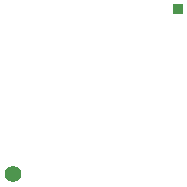
<source format=gbr>
%TF.GenerationSoftware,KiCad,Pcbnew,7.0.7*%
%TF.CreationDate,2024-01-24T10:18:06-05:00*%
%TF.ProjectId,LED_board,4c45445f-626f-4617-9264-2e6b69636164,rev?*%
%TF.SameCoordinates,Original*%
%TF.FileFunction,Soldermask,Bot*%
%TF.FilePolarity,Negative*%
%FSLAX46Y46*%
G04 Gerber Fmt 4.6, Leading zero omitted, Abs format (unit mm)*
G04 Created by KiCad (PCBNEW 7.0.7) date 2024-01-24 10:18:06*
%MOMM*%
%LPD*%
G01*
G04 APERTURE LIST*
%ADD10C,1.400000*%
%ADD11R,0.850000X0.850000*%
G04 APERTURE END LIST*
D10*
%TO.C,J1*%
X93000000Y-107000000D03*
%TD*%
D11*
%TO.C,J2*%
X107000000Y-93000000D03*
%TD*%
M02*

</source>
